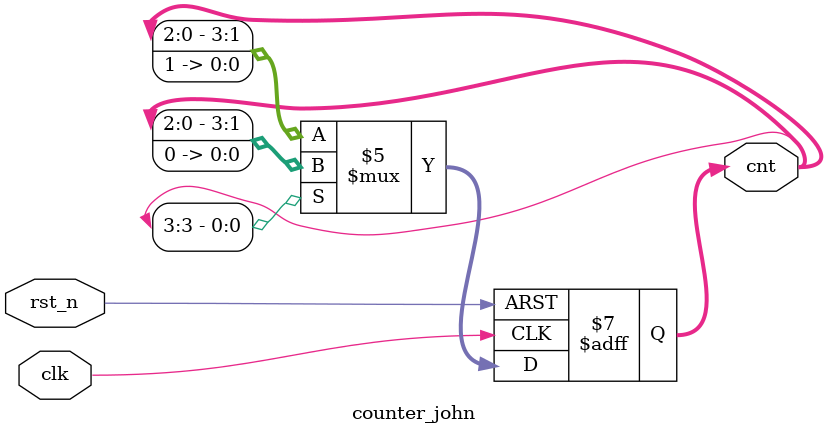
<source format=v>
module counter_john(
    input clk,rst_n,
    output reg [3:0] cnt
);

    always@(posedge clk or negedge rst_n)begin
        if(!rst_n)
            cnt<=0;
        else if(cnt[3])
            cnt<=cnt<<1;
        else
            cnt<={cnt[2:0],1'b1};
    end

endmodule
</source>
